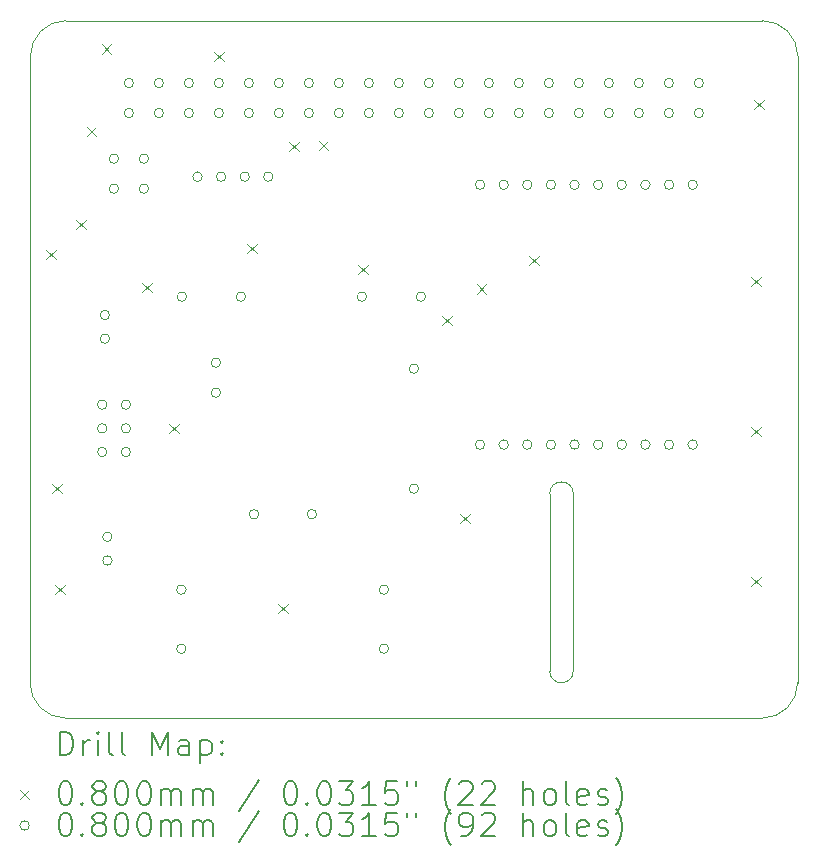
<source format=gbr>
%FSLAX45Y45*%
G04 Gerber Fmt 4.5, Leading zero omitted, Abs format (unit mm)*
G04 Created by KiCad (PCBNEW (6.0.0)) date 2022-05-09 16:02:41*
%MOMM*%
%LPD*%
G01*
G04 APERTURE LIST*
%TA.AperFunction,Profile*%
%ADD10C,0.100000*%
%TD*%
%ADD11C,0.200000*%
%ADD12C,0.080000*%
G04 APERTURE END LIST*
D10*
X12522200Y-3805200D02*
G75*
G03*
X12222200Y-3505200I-300000J0D01*
G01*
X6324600Y-3505200D02*
G75*
G03*
X6024600Y-3805200I0J-300000D01*
G01*
X6021000Y-9110000D02*
G75*
G03*
X6321000Y-9410000I300000J0D01*
G01*
X12221000Y-9410000D02*
G75*
G03*
X12521000Y-9110000I0J300000D01*
G01*
X10621000Y-7510000D02*
X10621000Y-9010000D01*
X10421000Y-9010000D02*
G75*
G03*
X10621000Y-9010000I100000J0D01*
G01*
X6021000Y-5660000D02*
X6021000Y-7560000D01*
X12521000Y-4060000D02*
X12521000Y-9110000D01*
X12522200Y-3805200D02*
X12521000Y-4060000D01*
X6324600Y-3505200D02*
X12222200Y-3505200D01*
X6024600Y-3805200D02*
X6021000Y-5660000D01*
X10421000Y-7510000D02*
X10421000Y-9010000D01*
X10621000Y-7510000D02*
G75*
G03*
X10421000Y-7510000I-100000J0D01*
G01*
X6021000Y-7560000D02*
X6021000Y-9110000D01*
X6321000Y-9410000D02*
X12221000Y-9410000D01*
D11*
D12*
X6157600Y-5446400D02*
X6237600Y-5526400D01*
X6237600Y-5446400D02*
X6157600Y-5526400D01*
X6208400Y-7427600D02*
X6288400Y-7507600D01*
X6288400Y-7427600D02*
X6208400Y-7507600D01*
X6233800Y-8282500D02*
X6313800Y-8362500D01*
X6313800Y-8282500D02*
X6233800Y-8362500D01*
X6411600Y-5192400D02*
X6491600Y-5272400D01*
X6491600Y-5192400D02*
X6411600Y-5272400D01*
X6500500Y-4405000D02*
X6580500Y-4485000D01*
X6580500Y-4405000D02*
X6500500Y-4485000D01*
X6627500Y-3706500D02*
X6707500Y-3786500D01*
X6707500Y-3706500D02*
X6627500Y-3786500D01*
X6970400Y-5725800D02*
X7050400Y-5805800D01*
X7050400Y-5725800D02*
X6970400Y-5805800D01*
X7199000Y-6919600D02*
X7279000Y-6999600D01*
X7279000Y-6919600D02*
X7199000Y-6999600D01*
X7580000Y-3770000D02*
X7660000Y-3850000D01*
X7660000Y-3770000D02*
X7580000Y-3850000D01*
X7859400Y-5395600D02*
X7939400Y-5475600D01*
X7939400Y-5395600D02*
X7859400Y-5475600D01*
X8122500Y-8443600D02*
X8202500Y-8523600D01*
X8202500Y-8443600D02*
X8122500Y-8523600D01*
X8215000Y-4532000D02*
X8295000Y-4612000D01*
X8295000Y-4532000D02*
X8215000Y-4612000D01*
X8466057Y-4523171D02*
X8546057Y-4603171D01*
X8546057Y-4523171D02*
X8466057Y-4603171D01*
X8799200Y-5573400D02*
X8879200Y-5653400D01*
X8879200Y-5573400D02*
X8799200Y-5653400D01*
X9510400Y-6005200D02*
X9590400Y-6085200D01*
X9590400Y-6005200D02*
X9510400Y-6085200D01*
X9662800Y-7681600D02*
X9742800Y-7761600D01*
X9742800Y-7681600D02*
X9662800Y-7761600D01*
X9802500Y-5738500D02*
X9882500Y-5818500D01*
X9882500Y-5738500D02*
X9802500Y-5818500D01*
X10247000Y-5497200D02*
X10327000Y-5577200D01*
X10327000Y-5497200D02*
X10247000Y-5577200D01*
X12126600Y-5675000D02*
X12206600Y-5755000D01*
X12206600Y-5675000D02*
X12126600Y-5755000D01*
X12126600Y-6945000D02*
X12206600Y-7025000D01*
X12206600Y-6945000D02*
X12126600Y-7025000D01*
X12126600Y-8215000D02*
X12206600Y-8295000D01*
X12206600Y-8215000D02*
X12126600Y-8295000D01*
X12152000Y-4176400D02*
X12232000Y-4256400D01*
X12232000Y-4176400D02*
X12152000Y-4256400D01*
X6672600Y-6756400D02*
G75*
G03*
X6672600Y-6756400I-40000J0D01*
G01*
X6672600Y-6956400D02*
G75*
G03*
X6672600Y-6956400I-40000J0D01*
G01*
X6672600Y-7156400D02*
G75*
G03*
X6672600Y-7156400I-40000J0D01*
G01*
X6694800Y-5997600D02*
G75*
G03*
X6694800Y-5997600I-40000J0D01*
G01*
X6694800Y-6197600D02*
G75*
G03*
X6694800Y-6197600I-40000J0D01*
G01*
X6716000Y-7875600D02*
G75*
G03*
X6716000Y-7875600I-40000J0D01*
G01*
X6716000Y-8075600D02*
G75*
G03*
X6716000Y-8075600I-40000J0D01*
G01*
X6771000Y-4673600D02*
G75*
G03*
X6771000Y-4673600I-40000J0D01*
G01*
X6771000Y-4927600D02*
G75*
G03*
X6771000Y-4927600I-40000J0D01*
G01*
X6872600Y-6756400D02*
G75*
G03*
X6872600Y-6756400I-40000J0D01*
G01*
X6872600Y-6956400D02*
G75*
G03*
X6872600Y-6956400I-40000J0D01*
G01*
X6872600Y-7156400D02*
G75*
G03*
X6872600Y-7156400I-40000J0D01*
G01*
X6898000Y-4033000D02*
G75*
G03*
X6898000Y-4033000I-40000J0D01*
G01*
X6898000Y-4287000D02*
G75*
G03*
X6898000Y-4287000I-40000J0D01*
G01*
X7025000Y-4673600D02*
G75*
G03*
X7025000Y-4673600I-40000J0D01*
G01*
X7025000Y-4927600D02*
G75*
G03*
X7025000Y-4927600I-40000J0D01*
G01*
X7152000Y-4033000D02*
G75*
G03*
X7152000Y-4033000I-40000J0D01*
G01*
X7152000Y-4287000D02*
G75*
G03*
X7152000Y-4287000I-40000J0D01*
G01*
X7342500Y-8322500D02*
G75*
G03*
X7342500Y-8322500I-40000J0D01*
G01*
X7342500Y-8822500D02*
G75*
G03*
X7342500Y-8822500I-40000J0D01*
G01*
X7346500Y-5842000D02*
G75*
G03*
X7346500Y-5842000I-40000J0D01*
G01*
X7406000Y-4033000D02*
G75*
G03*
X7406000Y-4033000I-40000J0D01*
G01*
X7406000Y-4287000D02*
G75*
G03*
X7406000Y-4287000I-40000J0D01*
G01*
X7479100Y-4826000D02*
G75*
G03*
X7479100Y-4826000I-40000J0D01*
G01*
X7634600Y-6400800D02*
G75*
G03*
X7634600Y-6400800I-40000J0D01*
G01*
X7634600Y-6654800D02*
G75*
G03*
X7634600Y-6654800I-40000J0D01*
G01*
X7660000Y-4033000D02*
G75*
G03*
X7660000Y-4033000I-40000J0D01*
G01*
X7660000Y-4287000D02*
G75*
G03*
X7660000Y-4287000I-40000J0D01*
G01*
X7679100Y-4826000D02*
G75*
G03*
X7679100Y-4826000I-40000J0D01*
G01*
X7846500Y-5842000D02*
G75*
G03*
X7846500Y-5842000I-40000J0D01*
G01*
X7879100Y-4826000D02*
G75*
G03*
X7879100Y-4826000I-40000J0D01*
G01*
X7914000Y-4033000D02*
G75*
G03*
X7914000Y-4033000I-40000J0D01*
G01*
X7914000Y-4287000D02*
G75*
G03*
X7914000Y-4287000I-40000J0D01*
G01*
X7957500Y-7683500D02*
G75*
G03*
X7957500Y-7683500I-40000J0D01*
G01*
X8079100Y-4826000D02*
G75*
G03*
X8079100Y-4826000I-40000J0D01*
G01*
X8168000Y-4033000D02*
G75*
G03*
X8168000Y-4033000I-40000J0D01*
G01*
X8168000Y-4287000D02*
G75*
G03*
X8168000Y-4287000I-40000J0D01*
G01*
X8422000Y-4033000D02*
G75*
G03*
X8422000Y-4033000I-40000J0D01*
G01*
X8422000Y-4287000D02*
G75*
G03*
X8422000Y-4287000I-40000J0D01*
G01*
X8447500Y-7683500D02*
G75*
G03*
X8447500Y-7683500I-40000J0D01*
G01*
X8676000Y-4033000D02*
G75*
G03*
X8676000Y-4033000I-40000J0D01*
G01*
X8676000Y-4287000D02*
G75*
G03*
X8676000Y-4287000I-40000J0D01*
G01*
X8870500Y-5842000D02*
G75*
G03*
X8870500Y-5842000I-40000J0D01*
G01*
X8930000Y-4033000D02*
G75*
G03*
X8930000Y-4033000I-40000J0D01*
G01*
X8930000Y-4287000D02*
G75*
G03*
X8930000Y-4287000I-40000J0D01*
G01*
X9057000Y-8322500D02*
G75*
G03*
X9057000Y-8322500I-40000J0D01*
G01*
X9057000Y-8822500D02*
G75*
G03*
X9057000Y-8822500I-40000J0D01*
G01*
X9184000Y-4033000D02*
G75*
G03*
X9184000Y-4033000I-40000J0D01*
G01*
X9184000Y-4287000D02*
G75*
G03*
X9184000Y-4287000I-40000J0D01*
G01*
X9311000Y-6451600D02*
G75*
G03*
X9311000Y-6451600I-40000J0D01*
G01*
X9311000Y-7467600D02*
G75*
G03*
X9311000Y-7467600I-40000J0D01*
G01*
X9370500Y-5842000D02*
G75*
G03*
X9370500Y-5842000I-40000J0D01*
G01*
X9438000Y-4033000D02*
G75*
G03*
X9438000Y-4033000I-40000J0D01*
G01*
X9438000Y-4287000D02*
G75*
G03*
X9438000Y-4287000I-40000J0D01*
G01*
X9692000Y-4033000D02*
G75*
G03*
X9692000Y-4033000I-40000J0D01*
G01*
X9692000Y-4287000D02*
G75*
G03*
X9692000Y-4287000I-40000J0D01*
G01*
X9871500Y-4894400D02*
G75*
G03*
X9871500Y-4894400I-40000J0D01*
G01*
X9871500Y-7094400D02*
G75*
G03*
X9871500Y-7094400I-40000J0D01*
G01*
X9946000Y-4033000D02*
G75*
G03*
X9946000Y-4033000I-40000J0D01*
G01*
X9946000Y-4287000D02*
G75*
G03*
X9946000Y-4287000I-40000J0D01*
G01*
X10071500Y-4894400D02*
G75*
G03*
X10071500Y-4894400I-40000J0D01*
G01*
X10071500Y-7094400D02*
G75*
G03*
X10071500Y-7094400I-40000J0D01*
G01*
X10200000Y-4033000D02*
G75*
G03*
X10200000Y-4033000I-40000J0D01*
G01*
X10200000Y-4287000D02*
G75*
G03*
X10200000Y-4287000I-40000J0D01*
G01*
X10271500Y-4894400D02*
G75*
G03*
X10271500Y-4894400I-40000J0D01*
G01*
X10271500Y-7094400D02*
G75*
G03*
X10271500Y-7094400I-40000J0D01*
G01*
X10454000Y-4033000D02*
G75*
G03*
X10454000Y-4033000I-40000J0D01*
G01*
X10454000Y-4287000D02*
G75*
G03*
X10454000Y-4287000I-40000J0D01*
G01*
X10471500Y-4894400D02*
G75*
G03*
X10471500Y-4894400I-40000J0D01*
G01*
X10471500Y-7094400D02*
G75*
G03*
X10471500Y-7094400I-40000J0D01*
G01*
X10671500Y-4894400D02*
G75*
G03*
X10671500Y-4894400I-40000J0D01*
G01*
X10671500Y-7094400D02*
G75*
G03*
X10671500Y-7094400I-40000J0D01*
G01*
X10708000Y-4033000D02*
G75*
G03*
X10708000Y-4033000I-40000J0D01*
G01*
X10708000Y-4287000D02*
G75*
G03*
X10708000Y-4287000I-40000J0D01*
G01*
X10871500Y-4894400D02*
G75*
G03*
X10871500Y-4894400I-40000J0D01*
G01*
X10871500Y-7094400D02*
G75*
G03*
X10871500Y-7094400I-40000J0D01*
G01*
X10962000Y-4033000D02*
G75*
G03*
X10962000Y-4033000I-40000J0D01*
G01*
X10962000Y-4287000D02*
G75*
G03*
X10962000Y-4287000I-40000J0D01*
G01*
X11071500Y-4894400D02*
G75*
G03*
X11071500Y-4894400I-40000J0D01*
G01*
X11071500Y-7094400D02*
G75*
G03*
X11071500Y-7094400I-40000J0D01*
G01*
X11216000Y-4033000D02*
G75*
G03*
X11216000Y-4033000I-40000J0D01*
G01*
X11216000Y-4287000D02*
G75*
G03*
X11216000Y-4287000I-40000J0D01*
G01*
X11271500Y-4894400D02*
G75*
G03*
X11271500Y-4894400I-40000J0D01*
G01*
X11271500Y-7094400D02*
G75*
G03*
X11271500Y-7094400I-40000J0D01*
G01*
X11470000Y-4033000D02*
G75*
G03*
X11470000Y-4033000I-40000J0D01*
G01*
X11470000Y-4287000D02*
G75*
G03*
X11470000Y-4287000I-40000J0D01*
G01*
X11471500Y-4894400D02*
G75*
G03*
X11471500Y-4894400I-40000J0D01*
G01*
X11471500Y-7094400D02*
G75*
G03*
X11471500Y-7094400I-40000J0D01*
G01*
X11671500Y-4894400D02*
G75*
G03*
X11671500Y-4894400I-40000J0D01*
G01*
X11671500Y-7094400D02*
G75*
G03*
X11671500Y-7094400I-40000J0D01*
G01*
X11724000Y-4033000D02*
G75*
G03*
X11724000Y-4033000I-40000J0D01*
G01*
X11724000Y-4287000D02*
G75*
G03*
X11724000Y-4287000I-40000J0D01*
G01*
D11*
X6273619Y-9725476D02*
X6273619Y-9525476D01*
X6321238Y-9525476D01*
X6349809Y-9535000D01*
X6368857Y-9554048D01*
X6378381Y-9573095D01*
X6387905Y-9611190D01*
X6387905Y-9639762D01*
X6378381Y-9677857D01*
X6368857Y-9696905D01*
X6349809Y-9715952D01*
X6321238Y-9725476D01*
X6273619Y-9725476D01*
X6473619Y-9725476D02*
X6473619Y-9592143D01*
X6473619Y-9630238D02*
X6483143Y-9611190D01*
X6492667Y-9601667D01*
X6511714Y-9592143D01*
X6530762Y-9592143D01*
X6597428Y-9725476D02*
X6597428Y-9592143D01*
X6597428Y-9525476D02*
X6587905Y-9535000D01*
X6597428Y-9544524D01*
X6606952Y-9535000D01*
X6597428Y-9525476D01*
X6597428Y-9544524D01*
X6721238Y-9725476D02*
X6702190Y-9715952D01*
X6692667Y-9696905D01*
X6692667Y-9525476D01*
X6826000Y-9725476D02*
X6806952Y-9715952D01*
X6797428Y-9696905D01*
X6797428Y-9525476D01*
X7054571Y-9725476D02*
X7054571Y-9525476D01*
X7121238Y-9668333D01*
X7187905Y-9525476D01*
X7187905Y-9725476D01*
X7368857Y-9725476D02*
X7368857Y-9620714D01*
X7359333Y-9601667D01*
X7340286Y-9592143D01*
X7302190Y-9592143D01*
X7283143Y-9601667D01*
X7368857Y-9715952D02*
X7349809Y-9725476D01*
X7302190Y-9725476D01*
X7283143Y-9715952D01*
X7273619Y-9696905D01*
X7273619Y-9677857D01*
X7283143Y-9658810D01*
X7302190Y-9649286D01*
X7349809Y-9649286D01*
X7368857Y-9639762D01*
X7464095Y-9592143D02*
X7464095Y-9792143D01*
X7464095Y-9601667D02*
X7483143Y-9592143D01*
X7521238Y-9592143D01*
X7540286Y-9601667D01*
X7549809Y-9611190D01*
X7559333Y-9630238D01*
X7559333Y-9687381D01*
X7549809Y-9706429D01*
X7540286Y-9715952D01*
X7521238Y-9725476D01*
X7483143Y-9725476D01*
X7464095Y-9715952D01*
X7645048Y-9706429D02*
X7654571Y-9715952D01*
X7645048Y-9725476D01*
X7635524Y-9715952D01*
X7645048Y-9706429D01*
X7645048Y-9725476D01*
X7645048Y-9601667D02*
X7654571Y-9611190D01*
X7645048Y-9620714D01*
X7635524Y-9611190D01*
X7645048Y-9601667D01*
X7645048Y-9620714D01*
D12*
X5936000Y-10015000D02*
X6016000Y-10095000D01*
X6016000Y-10015000D02*
X5936000Y-10095000D01*
D11*
X6311714Y-9945476D02*
X6330762Y-9945476D01*
X6349809Y-9955000D01*
X6359333Y-9964524D01*
X6368857Y-9983571D01*
X6378381Y-10021667D01*
X6378381Y-10069286D01*
X6368857Y-10107381D01*
X6359333Y-10126429D01*
X6349809Y-10135952D01*
X6330762Y-10145476D01*
X6311714Y-10145476D01*
X6292667Y-10135952D01*
X6283143Y-10126429D01*
X6273619Y-10107381D01*
X6264095Y-10069286D01*
X6264095Y-10021667D01*
X6273619Y-9983571D01*
X6283143Y-9964524D01*
X6292667Y-9955000D01*
X6311714Y-9945476D01*
X6464095Y-10126429D02*
X6473619Y-10135952D01*
X6464095Y-10145476D01*
X6454571Y-10135952D01*
X6464095Y-10126429D01*
X6464095Y-10145476D01*
X6587905Y-10031190D02*
X6568857Y-10021667D01*
X6559333Y-10012143D01*
X6549809Y-9993095D01*
X6549809Y-9983571D01*
X6559333Y-9964524D01*
X6568857Y-9955000D01*
X6587905Y-9945476D01*
X6626000Y-9945476D01*
X6645048Y-9955000D01*
X6654571Y-9964524D01*
X6664095Y-9983571D01*
X6664095Y-9993095D01*
X6654571Y-10012143D01*
X6645048Y-10021667D01*
X6626000Y-10031190D01*
X6587905Y-10031190D01*
X6568857Y-10040714D01*
X6559333Y-10050238D01*
X6549809Y-10069286D01*
X6549809Y-10107381D01*
X6559333Y-10126429D01*
X6568857Y-10135952D01*
X6587905Y-10145476D01*
X6626000Y-10145476D01*
X6645048Y-10135952D01*
X6654571Y-10126429D01*
X6664095Y-10107381D01*
X6664095Y-10069286D01*
X6654571Y-10050238D01*
X6645048Y-10040714D01*
X6626000Y-10031190D01*
X6787905Y-9945476D02*
X6806952Y-9945476D01*
X6826000Y-9955000D01*
X6835524Y-9964524D01*
X6845048Y-9983571D01*
X6854571Y-10021667D01*
X6854571Y-10069286D01*
X6845048Y-10107381D01*
X6835524Y-10126429D01*
X6826000Y-10135952D01*
X6806952Y-10145476D01*
X6787905Y-10145476D01*
X6768857Y-10135952D01*
X6759333Y-10126429D01*
X6749809Y-10107381D01*
X6740286Y-10069286D01*
X6740286Y-10021667D01*
X6749809Y-9983571D01*
X6759333Y-9964524D01*
X6768857Y-9955000D01*
X6787905Y-9945476D01*
X6978381Y-9945476D02*
X6997428Y-9945476D01*
X7016476Y-9955000D01*
X7026000Y-9964524D01*
X7035524Y-9983571D01*
X7045048Y-10021667D01*
X7045048Y-10069286D01*
X7035524Y-10107381D01*
X7026000Y-10126429D01*
X7016476Y-10135952D01*
X6997428Y-10145476D01*
X6978381Y-10145476D01*
X6959333Y-10135952D01*
X6949809Y-10126429D01*
X6940286Y-10107381D01*
X6930762Y-10069286D01*
X6930762Y-10021667D01*
X6940286Y-9983571D01*
X6949809Y-9964524D01*
X6959333Y-9955000D01*
X6978381Y-9945476D01*
X7130762Y-10145476D02*
X7130762Y-10012143D01*
X7130762Y-10031190D02*
X7140286Y-10021667D01*
X7159333Y-10012143D01*
X7187905Y-10012143D01*
X7206952Y-10021667D01*
X7216476Y-10040714D01*
X7216476Y-10145476D01*
X7216476Y-10040714D02*
X7226000Y-10021667D01*
X7245048Y-10012143D01*
X7273619Y-10012143D01*
X7292667Y-10021667D01*
X7302190Y-10040714D01*
X7302190Y-10145476D01*
X7397428Y-10145476D02*
X7397428Y-10012143D01*
X7397428Y-10031190D02*
X7406952Y-10021667D01*
X7426000Y-10012143D01*
X7454571Y-10012143D01*
X7473619Y-10021667D01*
X7483143Y-10040714D01*
X7483143Y-10145476D01*
X7483143Y-10040714D02*
X7492667Y-10021667D01*
X7511714Y-10012143D01*
X7540286Y-10012143D01*
X7559333Y-10021667D01*
X7568857Y-10040714D01*
X7568857Y-10145476D01*
X7959333Y-9935952D02*
X7787905Y-10193095D01*
X8216476Y-9945476D02*
X8235524Y-9945476D01*
X8254571Y-9955000D01*
X8264095Y-9964524D01*
X8273619Y-9983571D01*
X8283143Y-10021667D01*
X8283143Y-10069286D01*
X8273619Y-10107381D01*
X8264095Y-10126429D01*
X8254571Y-10135952D01*
X8235524Y-10145476D01*
X8216476Y-10145476D01*
X8197428Y-10135952D01*
X8187905Y-10126429D01*
X8178381Y-10107381D01*
X8168857Y-10069286D01*
X8168857Y-10021667D01*
X8178381Y-9983571D01*
X8187905Y-9964524D01*
X8197428Y-9955000D01*
X8216476Y-9945476D01*
X8368857Y-10126429D02*
X8378381Y-10135952D01*
X8368857Y-10145476D01*
X8359333Y-10135952D01*
X8368857Y-10126429D01*
X8368857Y-10145476D01*
X8502190Y-9945476D02*
X8521238Y-9945476D01*
X8540286Y-9955000D01*
X8549810Y-9964524D01*
X8559333Y-9983571D01*
X8568857Y-10021667D01*
X8568857Y-10069286D01*
X8559333Y-10107381D01*
X8549810Y-10126429D01*
X8540286Y-10135952D01*
X8521238Y-10145476D01*
X8502190Y-10145476D01*
X8483143Y-10135952D01*
X8473619Y-10126429D01*
X8464095Y-10107381D01*
X8454571Y-10069286D01*
X8454571Y-10021667D01*
X8464095Y-9983571D01*
X8473619Y-9964524D01*
X8483143Y-9955000D01*
X8502190Y-9945476D01*
X8635524Y-9945476D02*
X8759333Y-9945476D01*
X8692667Y-10021667D01*
X8721238Y-10021667D01*
X8740286Y-10031190D01*
X8749810Y-10040714D01*
X8759333Y-10059762D01*
X8759333Y-10107381D01*
X8749810Y-10126429D01*
X8740286Y-10135952D01*
X8721238Y-10145476D01*
X8664095Y-10145476D01*
X8645048Y-10135952D01*
X8635524Y-10126429D01*
X8949810Y-10145476D02*
X8835524Y-10145476D01*
X8892667Y-10145476D02*
X8892667Y-9945476D01*
X8873619Y-9974048D01*
X8854571Y-9993095D01*
X8835524Y-10002619D01*
X9130762Y-9945476D02*
X9035524Y-9945476D01*
X9026000Y-10040714D01*
X9035524Y-10031190D01*
X9054571Y-10021667D01*
X9102190Y-10021667D01*
X9121238Y-10031190D01*
X9130762Y-10040714D01*
X9140286Y-10059762D01*
X9140286Y-10107381D01*
X9130762Y-10126429D01*
X9121238Y-10135952D01*
X9102190Y-10145476D01*
X9054571Y-10145476D01*
X9035524Y-10135952D01*
X9026000Y-10126429D01*
X9216476Y-9945476D02*
X9216476Y-9983571D01*
X9292667Y-9945476D02*
X9292667Y-9983571D01*
X9587905Y-10221667D02*
X9578381Y-10212143D01*
X9559333Y-10183571D01*
X9549810Y-10164524D01*
X9540286Y-10135952D01*
X9530762Y-10088333D01*
X9530762Y-10050238D01*
X9540286Y-10002619D01*
X9549810Y-9974048D01*
X9559333Y-9955000D01*
X9578381Y-9926429D01*
X9587905Y-9916905D01*
X9654571Y-9964524D02*
X9664095Y-9955000D01*
X9683143Y-9945476D01*
X9730762Y-9945476D01*
X9749810Y-9955000D01*
X9759333Y-9964524D01*
X9768857Y-9983571D01*
X9768857Y-10002619D01*
X9759333Y-10031190D01*
X9645048Y-10145476D01*
X9768857Y-10145476D01*
X9845048Y-9964524D02*
X9854571Y-9955000D01*
X9873619Y-9945476D01*
X9921238Y-9945476D01*
X9940286Y-9955000D01*
X9949810Y-9964524D01*
X9959333Y-9983571D01*
X9959333Y-10002619D01*
X9949810Y-10031190D01*
X9835524Y-10145476D01*
X9959333Y-10145476D01*
X10197429Y-10145476D02*
X10197429Y-9945476D01*
X10283143Y-10145476D02*
X10283143Y-10040714D01*
X10273619Y-10021667D01*
X10254571Y-10012143D01*
X10226000Y-10012143D01*
X10206952Y-10021667D01*
X10197429Y-10031190D01*
X10406952Y-10145476D02*
X10387905Y-10135952D01*
X10378381Y-10126429D01*
X10368857Y-10107381D01*
X10368857Y-10050238D01*
X10378381Y-10031190D01*
X10387905Y-10021667D01*
X10406952Y-10012143D01*
X10435524Y-10012143D01*
X10454571Y-10021667D01*
X10464095Y-10031190D01*
X10473619Y-10050238D01*
X10473619Y-10107381D01*
X10464095Y-10126429D01*
X10454571Y-10135952D01*
X10435524Y-10145476D01*
X10406952Y-10145476D01*
X10587905Y-10145476D02*
X10568857Y-10135952D01*
X10559333Y-10116905D01*
X10559333Y-9945476D01*
X10740286Y-10135952D02*
X10721238Y-10145476D01*
X10683143Y-10145476D01*
X10664095Y-10135952D01*
X10654571Y-10116905D01*
X10654571Y-10040714D01*
X10664095Y-10021667D01*
X10683143Y-10012143D01*
X10721238Y-10012143D01*
X10740286Y-10021667D01*
X10749810Y-10040714D01*
X10749810Y-10059762D01*
X10654571Y-10078810D01*
X10826000Y-10135952D02*
X10845048Y-10145476D01*
X10883143Y-10145476D01*
X10902190Y-10135952D01*
X10911714Y-10116905D01*
X10911714Y-10107381D01*
X10902190Y-10088333D01*
X10883143Y-10078810D01*
X10854571Y-10078810D01*
X10835524Y-10069286D01*
X10826000Y-10050238D01*
X10826000Y-10040714D01*
X10835524Y-10021667D01*
X10854571Y-10012143D01*
X10883143Y-10012143D01*
X10902190Y-10021667D01*
X10978381Y-10221667D02*
X10987905Y-10212143D01*
X11006952Y-10183571D01*
X11016476Y-10164524D01*
X11026000Y-10135952D01*
X11035524Y-10088333D01*
X11035524Y-10050238D01*
X11026000Y-10002619D01*
X11016476Y-9974048D01*
X11006952Y-9955000D01*
X10987905Y-9926429D01*
X10978381Y-9916905D01*
D12*
X6016000Y-10319000D02*
G75*
G03*
X6016000Y-10319000I-40000J0D01*
G01*
D11*
X6311714Y-10209476D02*
X6330762Y-10209476D01*
X6349809Y-10219000D01*
X6359333Y-10228524D01*
X6368857Y-10247571D01*
X6378381Y-10285667D01*
X6378381Y-10333286D01*
X6368857Y-10371381D01*
X6359333Y-10390429D01*
X6349809Y-10399952D01*
X6330762Y-10409476D01*
X6311714Y-10409476D01*
X6292667Y-10399952D01*
X6283143Y-10390429D01*
X6273619Y-10371381D01*
X6264095Y-10333286D01*
X6264095Y-10285667D01*
X6273619Y-10247571D01*
X6283143Y-10228524D01*
X6292667Y-10219000D01*
X6311714Y-10209476D01*
X6464095Y-10390429D02*
X6473619Y-10399952D01*
X6464095Y-10409476D01*
X6454571Y-10399952D01*
X6464095Y-10390429D01*
X6464095Y-10409476D01*
X6587905Y-10295190D02*
X6568857Y-10285667D01*
X6559333Y-10276143D01*
X6549809Y-10257095D01*
X6549809Y-10247571D01*
X6559333Y-10228524D01*
X6568857Y-10219000D01*
X6587905Y-10209476D01*
X6626000Y-10209476D01*
X6645048Y-10219000D01*
X6654571Y-10228524D01*
X6664095Y-10247571D01*
X6664095Y-10257095D01*
X6654571Y-10276143D01*
X6645048Y-10285667D01*
X6626000Y-10295190D01*
X6587905Y-10295190D01*
X6568857Y-10304714D01*
X6559333Y-10314238D01*
X6549809Y-10333286D01*
X6549809Y-10371381D01*
X6559333Y-10390429D01*
X6568857Y-10399952D01*
X6587905Y-10409476D01*
X6626000Y-10409476D01*
X6645048Y-10399952D01*
X6654571Y-10390429D01*
X6664095Y-10371381D01*
X6664095Y-10333286D01*
X6654571Y-10314238D01*
X6645048Y-10304714D01*
X6626000Y-10295190D01*
X6787905Y-10209476D02*
X6806952Y-10209476D01*
X6826000Y-10219000D01*
X6835524Y-10228524D01*
X6845048Y-10247571D01*
X6854571Y-10285667D01*
X6854571Y-10333286D01*
X6845048Y-10371381D01*
X6835524Y-10390429D01*
X6826000Y-10399952D01*
X6806952Y-10409476D01*
X6787905Y-10409476D01*
X6768857Y-10399952D01*
X6759333Y-10390429D01*
X6749809Y-10371381D01*
X6740286Y-10333286D01*
X6740286Y-10285667D01*
X6749809Y-10247571D01*
X6759333Y-10228524D01*
X6768857Y-10219000D01*
X6787905Y-10209476D01*
X6978381Y-10209476D02*
X6997428Y-10209476D01*
X7016476Y-10219000D01*
X7026000Y-10228524D01*
X7035524Y-10247571D01*
X7045048Y-10285667D01*
X7045048Y-10333286D01*
X7035524Y-10371381D01*
X7026000Y-10390429D01*
X7016476Y-10399952D01*
X6997428Y-10409476D01*
X6978381Y-10409476D01*
X6959333Y-10399952D01*
X6949809Y-10390429D01*
X6940286Y-10371381D01*
X6930762Y-10333286D01*
X6930762Y-10285667D01*
X6940286Y-10247571D01*
X6949809Y-10228524D01*
X6959333Y-10219000D01*
X6978381Y-10209476D01*
X7130762Y-10409476D02*
X7130762Y-10276143D01*
X7130762Y-10295190D02*
X7140286Y-10285667D01*
X7159333Y-10276143D01*
X7187905Y-10276143D01*
X7206952Y-10285667D01*
X7216476Y-10304714D01*
X7216476Y-10409476D01*
X7216476Y-10304714D02*
X7226000Y-10285667D01*
X7245048Y-10276143D01*
X7273619Y-10276143D01*
X7292667Y-10285667D01*
X7302190Y-10304714D01*
X7302190Y-10409476D01*
X7397428Y-10409476D02*
X7397428Y-10276143D01*
X7397428Y-10295190D02*
X7406952Y-10285667D01*
X7426000Y-10276143D01*
X7454571Y-10276143D01*
X7473619Y-10285667D01*
X7483143Y-10304714D01*
X7483143Y-10409476D01*
X7483143Y-10304714D02*
X7492667Y-10285667D01*
X7511714Y-10276143D01*
X7540286Y-10276143D01*
X7559333Y-10285667D01*
X7568857Y-10304714D01*
X7568857Y-10409476D01*
X7959333Y-10199952D02*
X7787905Y-10457095D01*
X8216476Y-10209476D02*
X8235524Y-10209476D01*
X8254571Y-10219000D01*
X8264095Y-10228524D01*
X8273619Y-10247571D01*
X8283143Y-10285667D01*
X8283143Y-10333286D01*
X8273619Y-10371381D01*
X8264095Y-10390429D01*
X8254571Y-10399952D01*
X8235524Y-10409476D01*
X8216476Y-10409476D01*
X8197428Y-10399952D01*
X8187905Y-10390429D01*
X8178381Y-10371381D01*
X8168857Y-10333286D01*
X8168857Y-10285667D01*
X8178381Y-10247571D01*
X8187905Y-10228524D01*
X8197428Y-10219000D01*
X8216476Y-10209476D01*
X8368857Y-10390429D02*
X8378381Y-10399952D01*
X8368857Y-10409476D01*
X8359333Y-10399952D01*
X8368857Y-10390429D01*
X8368857Y-10409476D01*
X8502190Y-10209476D02*
X8521238Y-10209476D01*
X8540286Y-10219000D01*
X8549810Y-10228524D01*
X8559333Y-10247571D01*
X8568857Y-10285667D01*
X8568857Y-10333286D01*
X8559333Y-10371381D01*
X8549810Y-10390429D01*
X8540286Y-10399952D01*
X8521238Y-10409476D01*
X8502190Y-10409476D01*
X8483143Y-10399952D01*
X8473619Y-10390429D01*
X8464095Y-10371381D01*
X8454571Y-10333286D01*
X8454571Y-10285667D01*
X8464095Y-10247571D01*
X8473619Y-10228524D01*
X8483143Y-10219000D01*
X8502190Y-10209476D01*
X8635524Y-10209476D02*
X8759333Y-10209476D01*
X8692667Y-10285667D01*
X8721238Y-10285667D01*
X8740286Y-10295190D01*
X8749810Y-10304714D01*
X8759333Y-10323762D01*
X8759333Y-10371381D01*
X8749810Y-10390429D01*
X8740286Y-10399952D01*
X8721238Y-10409476D01*
X8664095Y-10409476D01*
X8645048Y-10399952D01*
X8635524Y-10390429D01*
X8949810Y-10409476D02*
X8835524Y-10409476D01*
X8892667Y-10409476D02*
X8892667Y-10209476D01*
X8873619Y-10238048D01*
X8854571Y-10257095D01*
X8835524Y-10266619D01*
X9130762Y-10209476D02*
X9035524Y-10209476D01*
X9026000Y-10304714D01*
X9035524Y-10295190D01*
X9054571Y-10285667D01*
X9102190Y-10285667D01*
X9121238Y-10295190D01*
X9130762Y-10304714D01*
X9140286Y-10323762D01*
X9140286Y-10371381D01*
X9130762Y-10390429D01*
X9121238Y-10399952D01*
X9102190Y-10409476D01*
X9054571Y-10409476D01*
X9035524Y-10399952D01*
X9026000Y-10390429D01*
X9216476Y-10209476D02*
X9216476Y-10247571D01*
X9292667Y-10209476D02*
X9292667Y-10247571D01*
X9587905Y-10485667D02*
X9578381Y-10476143D01*
X9559333Y-10447571D01*
X9549810Y-10428524D01*
X9540286Y-10399952D01*
X9530762Y-10352333D01*
X9530762Y-10314238D01*
X9540286Y-10266619D01*
X9549810Y-10238048D01*
X9559333Y-10219000D01*
X9578381Y-10190429D01*
X9587905Y-10180905D01*
X9673619Y-10409476D02*
X9711714Y-10409476D01*
X9730762Y-10399952D01*
X9740286Y-10390429D01*
X9759333Y-10361857D01*
X9768857Y-10323762D01*
X9768857Y-10247571D01*
X9759333Y-10228524D01*
X9749810Y-10219000D01*
X9730762Y-10209476D01*
X9692667Y-10209476D01*
X9673619Y-10219000D01*
X9664095Y-10228524D01*
X9654571Y-10247571D01*
X9654571Y-10295190D01*
X9664095Y-10314238D01*
X9673619Y-10323762D01*
X9692667Y-10333286D01*
X9730762Y-10333286D01*
X9749810Y-10323762D01*
X9759333Y-10314238D01*
X9768857Y-10295190D01*
X9845048Y-10228524D02*
X9854571Y-10219000D01*
X9873619Y-10209476D01*
X9921238Y-10209476D01*
X9940286Y-10219000D01*
X9949810Y-10228524D01*
X9959333Y-10247571D01*
X9959333Y-10266619D01*
X9949810Y-10295190D01*
X9835524Y-10409476D01*
X9959333Y-10409476D01*
X10197429Y-10409476D02*
X10197429Y-10209476D01*
X10283143Y-10409476D02*
X10283143Y-10304714D01*
X10273619Y-10285667D01*
X10254571Y-10276143D01*
X10226000Y-10276143D01*
X10206952Y-10285667D01*
X10197429Y-10295190D01*
X10406952Y-10409476D02*
X10387905Y-10399952D01*
X10378381Y-10390429D01*
X10368857Y-10371381D01*
X10368857Y-10314238D01*
X10378381Y-10295190D01*
X10387905Y-10285667D01*
X10406952Y-10276143D01*
X10435524Y-10276143D01*
X10454571Y-10285667D01*
X10464095Y-10295190D01*
X10473619Y-10314238D01*
X10473619Y-10371381D01*
X10464095Y-10390429D01*
X10454571Y-10399952D01*
X10435524Y-10409476D01*
X10406952Y-10409476D01*
X10587905Y-10409476D02*
X10568857Y-10399952D01*
X10559333Y-10380905D01*
X10559333Y-10209476D01*
X10740286Y-10399952D02*
X10721238Y-10409476D01*
X10683143Y-10409476D01*
X10664095Y-10399952D01*
X10654571Y-10380905D01*
X10654571Y-10304714D01*
X10664095Y-10285667D01*
X10683143Y-10276143D01*
X10721238Y-10276143D01*
X10740286Y-10285667D01*
X10749810Y-10304714D01*
X10749810Y-10323762D01*
X10654571Y-10342810D01*
X10826000Y-10399952D02*
X10845048Y-10409476D01*
X10883143Y-10409476D01*
X10902190Y-10399952D01*
X10911714Y-10380905D01*
X10911714Y-10371381D01*
X10902190Y-10352333D01*
X10883143Y-10342810D01*
X10854571Y-10342810D01*
X10835524Y-10333286D01*
X10826000Y-10314238D01*
X10826000Y-10304714D01*
X10835524Y-10285667D01*
X10854571Y-10276143D01*
X10883143Y-10276143D01*
X10902190Y-10285667D01*
X10978381Y-10485667D02*
X10987905Y-10476143D01*
X11006952Y-10447571D01*
X11016476Y-10428524D01*
X11026000Y-10399952D01*
X11035524Y-10352333D01*
X11035524Y-10314238D01*
X11026000Y-10266619D01*
X11016476Y-10238048D01*
X11006952Y-10219000D01*
X10987905Y-10190429D01*
X10978381Y-10180905D01*
M02*

</source>
